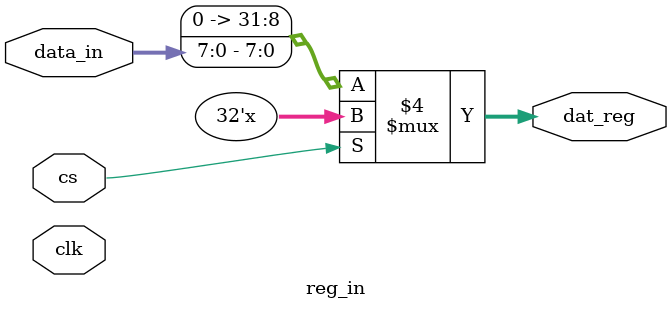
<source format=sv>
module reg_led(input logic clk,cs,we,input logic [31:0]data,
output logic [31:0]leds);

always_ff@(posedge clk)
if(!cs && we)leds<=data;
        
endmodule



//reg_in reg_lec1(clk,cs,port_in,Read_data);
module reg_in(input logic clk,cs,input logic [7:0]data_in,
output logic [31:0]dat_reg);

//always_ff@(posedge clk)
always_comb
if(!cs)dat_reg<=data_in;
else dat_reg<=32'bz;        

endmodule


</source>
